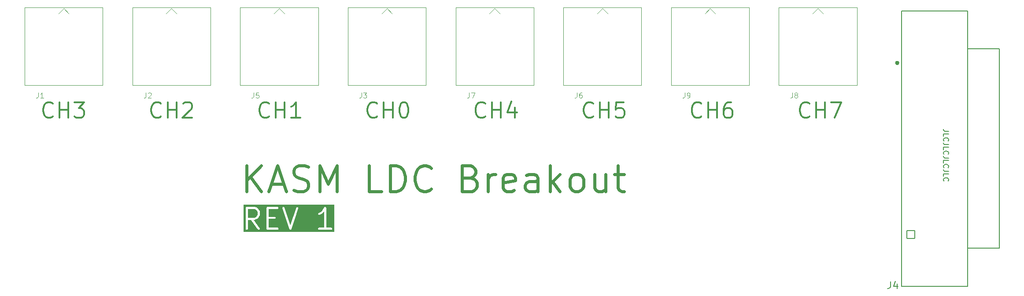
<source format=gbr>
%TF.GenerationSoftware,KiCad,Pcbnew,9.0.0*%
%TF.CreationDate,2025-06-08T21:09:37+02:00*%
%TF.ProjectId,LDC_BNC_interface,4c44435f-424e-4435-9f69-6e7465726661,rev?*%
%TF.SameCoordinates,Original*%
%TF.FileFunction,Legend,Top*%
%TF.FilePolarity,Positive*%
%FSLAX46Y46*%
G04 Gerber Fmt 4.6, Leading zero omitted, Abs format (unit mm)*
G04 Created by KiCad (PCBNEW 9.0.0) date 2025-06-08 21:09:37*
%MOMM*%
%LPD*%
G01*
G04 APERTURE LIST*
G04 Aperture macros list*
%AMRoundRect*
0 Rectangle with rounded corners*
0 $1 Rounding radius*
0 $2 $3 $4 $5 $6 $7 $8 $9 X,Y pos of 4 corners*
0 Add a 4 corners polygon primitive as box body*
4,1,4,$2,$3,$4,$5,$6,$7,$8,$9,$2,$3,0*
0 Add four circle primitives for the rounded corners*
1,1,$1+$1,$2,$3*
1,1,$1+$1,$4,$5*
1,1,$1+$1,$6,$7*
1,1,$1+$1,$8,$9*
0 Add four rect primitives between the rounded corners*
20,1,$1+$1,$2,$3,$4,$5,0*
20,1,$1+$1,$4,$5,$6,$7,0*
20,1,$1+$1,$6,$7,$8,$9,0*
20,1,$1+$1,$8,$9,$2,$3,0*%
G04 Aperture macros list end*
%ADD10C,0.400000*%
%ADD11C,0.300000*%
%ADD12C,0.150000*%
%ADD13C,0.625000*%
%ADD14C,0.100000*%
%ADD15C,0.127000*%
%ADD16C,0.120000*%
%ADD17C,4.395000*%
%ADD18RoundRect,0.102000X0.781050X-0.781050X0.781050X0.781050X-0.781050X0.781050X-0.781050X-0.781050X0*%
%ADD19C,1.766100*%
%ADD20O,1.600000X2.500000*%
%ADD21O,3.500000X7.000000*%
%ADD22C,5.600000*%
G04 APERTURE END LIST*
D10*
G36*
X103001826Y-82744522D02*
G01*
X103146405Y-82889099D01*
X103301252Y-83198793D01*
X103301252Y-83675795D01*
X103146404Y-83985490D01*
X103001828Y-84130067D01*
X102692134Y-84284914D01*
X101415537Y-84284914D01*
X101415537Y-82589676D01*
X102692134Y-82589676D01*
X103001826Y-82744522D01*
G37*
G36*
X118046615Y-87034120D02*
G01*
X100571093Y-87034120D01*
X100571093Y-82389676D01*
X101015537Y-82389676D01*
X101015537Y-86389676D01*
X101019380Y-86428694D01*
X101049243Y-86500790D01*
X101104423Y-86555970D01*
X101176519Y-86585833D01*
X101254555Y-86585833D01*
X101326651Y-86555970D01*
X101381831Y-86500790D01*
X101411694Y-86428694D01*
X101415537Y-86389676D01*
X101415537Y-84684914D01*
X102063787Y-84684914D01*
X103337406Y-86504369D01*
X103362929Y-86534130D01*
X103428739Y-86576068D01*
X103505587Y-86589629D01*
X103581776Y-86572750D01*
X103645706Y-86527999D01*
X103687644Y-86462190D01*
X103701205Y-86385341D01*
X103684326Y-86309152D01*
X103665099Y-86274984D01*
X102552049Y-84684914D01*
X102739347Y-84684914D01*
X102778365Y-84681071D01*
X102785002Y-84678321D01*
X102792172Y-84677812D01*
X102828790Y-84663799D01*
X103209741Y-84473324D01*
X103226534Y-84462752D01*
X103231413Y-84460732D01*
X103236905Y-84456224D01*
X103242922Y-84452437D01*
X103246383Y-84448445D01*
X103261720Y-84435859D01*
X103452197Y-84245382D01*
X103464783Y-84230045D01*
X103468775Y-84226584D01*
X103472562Y-84220567D01*
X103477070Y-84215075D01*
X103479091Y-84210195D01*
X103489661Y-84193404D01*
X103680137Y-83812452D01*
X103694149Y-83775835D01*
X103694658Y-83768667D01*
X103697409Y-83762027D01*
X103701252Y-83723009D01*
X103701252Y-83151580D01*
X103697409Y-83112562D01*
X103694658Y-83105921D01*
X103694149Y-83098754D01*
X103680137Y-83062137D01*
X103489661Y-82681185D01*
X103479089Y-82664391D01*
X103477069Y-82659513D01*
X103472562Y-82654021D01*
X103468775Y-82648005D01*
X103464784Y-82644544D01*
X103452197Y-82629206D01*
X103261720Y-82438730D01*
X103246382Y-82426142D01*
X103242922Y-82422153D01*
X103236906Y-82418366D01*
X103231413Y-82413858D01*
X103226534Y-82411837D01*
X103209741Y-82401266D01*
X103186561Y-82389676D01*
X105015537Y-82389676D01*
X105015537Y-86389676D01*
X105019380Y-86428694D01*
X105049243Y-86500790D01*
X105104423Y-86555970D01*
X105176519Y-86585833D01*
X105215537Y-86589676D01*
X107120299Y-86589676D01*
X107159317Y-86585833D01*
X107231413Y-86555970D01*
X107286593Y-86500790D01*
X107316456Y-86428694D01*
X107316456Y-86350658D01*
X107286593Y-86278562D01*
X107231413Y-86223382D01*
X107159317Y-86193519D01*
X107120299Y-86189676D01*
X105415537Y-86189676D01*
X105415537Y-84494438D01*
X106548871Y-84494438D01*
X106587889Y-84490595D01*
X106659985Y-84460732D01*
X106715165Y-84405552D01*
X106745028Y-84333456D01*
X106745028Y-84255420D01*
X106715165Y-84183324D01*
X106659985Y-84128144D01*
X106587889Y-84098281D01*
X106548871Y-84094438D01*
X105415537Y-84094438D01*
X105415537Y-82589676D01*
X107120299Y-82589676D01*
X107159317Y-82585833D01*
X107231413Y-82555970D01*
X107286593Y-82500790D01*
X107316456Y-82428694D01*
X107316456Y-82414691D01*
X108064728Y-82414691D01*
X108073420Y-82452922D01*
X109406753Y-86452921D01*
X109422738Y-86488722D01*
X109432099Y-86499516D01*
X109438491Y-86512299D01*
X109457436Y-86528729D01*
X109473867Y-86547675D01*
X109486649Y-86554066D01*
X109497444Y-86563428D01*
X109521231Y-86571357D01*
X109543665Y-86582574D01*
X109557920Y-86583586D01*
X109571475Y-86588105D01*
X109596490Y-86586327D01*
X109621505Y-86588105D01*
X109635059Y-86583586D01*
X109649315Y-86582574D01*
X109671749Y-86571357D01*
X109695536Y-86563428D01*
X109706330Y-86554066D01*
X109719113Y-86547675D01*
X109735543Y-86528729D01*
X109754489Y-86512299D01*
X109760880Y-86499516D01*
X109770242Y-86488722D01*
X109786227Y-86452922D01*
X110768029Y-83507518D01*
X114921869Y-83507518D01*
X114927401Y-83585358D01*
X114962300Y-83655156D01*
X115021253Y-83706285D01*
X115095284Y-83730963D01*
X115173124Y-83725431D01*
X115209742Y-83711419D01*
X115590694Y-83520943D01*
X115607487Y-83510371D01*
X115612366Y-83508351D01*
X115617859Y-83503842D01*
X115623875Y-83500056D01*
X115627335Y-83496065D01*
X115642674Y-83483478D01*
X116023625Y-83102525D01*
X116023714Y-83102416D01*
X116023773Y-83102377D01*
X116036131Y-83087286D01*
X116048498Y-83072218D01*
X116048525Y-83072152D01*
X116048614Y-83072044D01*
X116063156Y-83050231D01*
X116063156Y-86189676D01*
X115120299Y-86189676D01*
X115081281Y-86193519D01*
X115009185Y-86223382D01*
X114954005Y-86278562D01*
X114924142Y-86350658D01*
X114924142Y-86428694D01*
X114954005Y-86500790D01*
X115009185Y-86555970D01*
X115081281Y-86585833D01*
X115120299Y-86589676D01*
X117406014Y-86589676D01*
X117445032Y-86585833D01*
X117517128Y-86555970D01*
X117572308Y-86500790D01*
X117602171Y-86428694D01*
X117602171Y-86350658D01*
X117572308Y-86278562D01*
X117517128Y-86223382D01*
X117445032Y-86193519D01*
X117406014Y-86189676D01*
X116463156Y-86189676D01*
X116463156Y-82389676D01*
X116463142Y-82389536D01*
X116463156Y-82389467D01*
X116463115Y-82389264D01*
X116459313Y-82350658D01*
X116451735Y-82332364D01*
X116447852Y-82312946D01*
X116436948Y-82296664D01*
X116429450Y-82278562D01*
X116415446Y-82264558D01*
X116404429Y-82248107D01*
X116388126Y-82237238D01*
X116374270Y-82223382D01*
X116355974Y-82215803D01*
X116339499Y-82204820D01*
X116320276Y-82201017D01*
X116302174Y-82193519D01*
X116282373Y-82193519D01*
X116262947Y-82189676D01*
X116243732Y-82193519D01*
X116224138Y-82193519D01*
X116205844Y-82201096D01*
X116186426Y-82204980D01*
X116170144Y-82215883D01*
X116152042Y-82223382D01*
X116138038Y-82237385D01*
X116121587Y-82248403D01*
X116097008Y-82278415D01*
X116096862Y-82278562D01*
X116096834Y-82278627D01*
X116096746Y-82278736D01*
X115726779Y-82833685D01*
X115382779Y-83177686D01*
X115030856Y-83353647D01*
X114997676Y-83374534D01*
X114946547Y-83433487D01*
X114921869Y-83507518D01*
X110768029Y-83507518D01*
X111119561Y-82452922D01*
X111128253Y-82414691D01*
X111122722Y-82336851D01*
X111087823Y-82267053D01*
X111028870Y-82215924D01*
X110954838Y-82191247D01*
X110876999Y-82196779D01*
X110807201Y-82231678D01*
X110756072Y-82290630D01*
X110740087Y-82326431D01*
X109596490Y-85757219D01*
X108452894Y-82326430D01*
X108436909Y-82290630D01*
X108385780Y-82231677D01*
X108315982Y-82196778D01*
X108238142Y-82191247D01*
X108164111Y-82215924D01*
X108105158Y-82267053D01*
X108070259Y-82336851D01*
X108064728Y-82414691D01*
X107316456Y-82414691D01*
X107316456Y-82350658D01*
X107286593Y-82278562D01*
X107231413Y-82223382D01*
X107159317Y-82193519D01*
X107120299Y-82189676D01*
X105215537Y-82189676D01*
X105176519Y-82193519D01*
X105104423Y-82223382D01*
X105049243Y-82278562D01*
X105019380Y-82350658D01*
X105015537Y-82389676D01*
X103186561Y-82389676D01*
X102828790Y-82210791D01*
X102792172Y-82196778D01*
X102785002Y-82196268D01*
X102778365Y-82193519D01*
X102739347Y-82189676D01*
X101215537Y-82189676D01*
X101176519Y-82193519D01*
X101104423Y-82223382D01*
X101049243Y-82278562D01*
X101019380Y-82350658D01*
X101015537Y-82389676D01*
X100571093Y-82389676D01*
X100571093Y-81745232D01*
X118046615Y-81745232D01*
X118046615Y-87034120D01*
G37*
D11*
X188597368Y-64731542D02*
X188454511Y-64874400D01*
X188454511Y-64874400D02*
X188025939Y-65017257D01*
X188025939Y-65017257D02*
X187740225Y-65017257D01*
X187740225Y-65017257D02*
X187311654Y-64874400D01*
X187311654Y-64874400D02*
X187025939Y-64588685D01*
X187025939Y-64588685D02*
X186883082Y-64302971D01*
X186883082Y-64302971D02*
X186740225Y-63731542D01*
X186740225Y-63731542D02*
X186740225Y-63302971D01*
X186740225Y-63302971D02*
X186883082Y-62731542D01*
X186883082Y-62731542D02*
X187025939Y-62445828D01*
X187025939Y-62445828D02*
X187311654Y-62160114D01*
X187311654Y-62160114D02*
X187740225Y-62017257D01*
X187740225Y-62017257D02*
X188025939Y-62017257D01*
X188025939Y-62017257D02*
X188454511Y-62160114D01*
X188454511Y-62160114D02*
X188597368Y-62302971D01*
X189883082Y-65017257D02*
X189883082Y-62017257D01*
X189883082Y-63445828D02*
X191597368Y-63445828D01*
X191597368Y-65017257D02*
X191597368Y-62017257D01*
X194311654Y-62017257D02*
X193740225Y-62017257D01*
X193740225Y-62017257D02*
X193454511Y-62160114D01*
X193454511Y-62160114D02*
X193311654Y-62302971D01*
X193311654Y-62302971D02*
X193025939Y-62731542D01*
X193025939Y-62731542D02*
X192883082Y-63302971D01*
X192883082Y-63302971D02*
X192883082Y-64445828D01*
X192883082Y-64445828D02*
X193025939Y-64731542D01*
X193025939Y-64731542D02*
X193168796Y-64874400D01*
X193168796Y-64874400D02*
X193454511Y-65017257D01*
X193454511Y-65017257D02*
X194025939Y-65017257D01*
X194025939Y-65017257D02*
X194311654Y-64874400D01*
X194311654Y-64874400D02*
X194454511Y-64731542D01*
X194454511Y-64731542D02*
X194597368Y-64445828D01*
X194597368Y-64445828D02*
X194597368Y-63731542D01*
X194597368Y-63731542D02*
X194454511Y-63445828D01*
X194454511Y-63445828D02*
X194311654Y-63302971D01*
X194311654Y-63302971D02*
X194025939Y-63160114D01*
X194025939Y-63160114D02*
X193454511Y-63160114D01*
X193454511Y-63160114D02*
X193168796Y-63302971D01*
X193168796Y-63302971D02*
X193025939Y-63445828D01*
X193025939Y-63445828D02*
X192883082Y-63731542D01*
X126261653Y-64731542D02*
X126118796Y-64874400D01*
X126118796Y-64874400D02*
X125690224Y-65017257D01*
X125690224Y-65017257D02*
X125404510Y-65017257D01*
X125404510Y-65017257D02*
X124975939Y-64874400D01*
X124975939Y-64874400D02*
X124690224Y-64588685D01*
X124690224Y-64588685D02*
X124547367Y-64302971D01*
X124547367Y-64302971D02*
X124404510Y-63731542D01*
X124404510Y-63731542D02*
X124404510Y-63302971D01*
X124404510Y-63302971D02*
X124547367Y-62731542D01*
X124547367Y-62731542D02*
X124690224Y-62445828D01*
X124690224Y-62445828D02*
X124975939Y-62160114D01*
X124975939Y-62160114D02*
X125404510Y-62017257D01*
X125404510Y-62017257D02*
X125690224Y-62017257D01*
X125690224Y-62017257D02*
X126118796Y-62160114D01*
X126118796Y-62160114D02*
X126261653Y-62302971D01*
X127547367Y-65017257D02*
X127547367Y-62017257D01*
X127547367Y-63445828D02*
X129261653Y-63445828D01*
X129261653Y-65017257D02*
X129261653Y-62017257D01*
X131261653Y-62017257D02*
X131547367Y-62017257D01*
X131547367Y-62017257D02*
X131833081Y-62160114D01*
X131833081Y-62160114D02*
X131975939Y-62302971D01*
X131975939Y-62302971D02*
X132118796Y-62588685D01*
X132118796Y-62588685D02*
X132261653Y-63160114D01*
X132261653Y-63160114D02*
X132261653Y-63874400D01*
X132261653Y-63874400D02*
X132118796Y-64445828D01*
X132118796Y-64445828D02*
X131975939Y-64731542D01*
X131975939Y-64731542D02*
X131833081Y-64874400D01*
X131833081Y-64874400D02*
X131547367Y-65017257D01*
X131547367Y-65017257D02*
X131261653Y-65017257D01*
X131261653Y-65017257D02*
X130975939Y-64874400D01*
X130975939Y-64874400D02*
X130833081Y-64731542D01*
X130833081Y-64731542D02*
X130690224Y-64445828D01*
X130690224Y-64445828D02*
X130547367Y-63874400D01*
X130547367Y-63874400D02*
X130547367Y-63160114D01*
X130547367Y-63160114D02*
X130690224Y-62588685D01*
X130690224Y-62588685D02*
X130833081Y-62302971D01*
X130833081Y-62302971D02*
X130975939Y-62160114D01*
X130975939Y-62160114D02*
X131261653Y-62017257D01*
X105483082Y-64731542D02*
X105340225Y-64874400D01*
X105340225Y-64874400D02*
X104911653Y-65017257D01*
X104911653Y-65017257D02*
X104625939Y-65017257D01*
X104625939Y-65017257D02*
X104197368Y-64874400D01*
X104197368Y-64874400D02*
X103911653Y-64588685D01*
X103911653Y-64588685D02*
X103768796Y-64302971D01*
X103768796Y-64302971D02*
X103625939Y-63731542D01*
X103625939Y-63731542D02*
X103625939Y-63302971D01*
X103625939Y-63302971D02*
X103768796Y-62731542D01*
X103768796Y-62731542D02*
X103911653Y-62445828D01*
X103911653Y-62445828D02*
X104197368Y-62160114D01*
X104197368Y-62160114D02*
X104625939Y-62017257D01*
X104625939Y-62017257D02*
X104911653Y-62017257D01*
X104911653Y-62017257D02*
X105340225Y-62160114D01*
X105340225Y-62160114D02*
X105483082Y-62302971D01*
X106768796Y-65017257D02*
X106768796Y-62017257D01*
X106768796Y-63445828D02*
X108483082Y-63445828D01*
X108483082Y-65017257D02*
X108483082Y-62017257D01*
X111483082Y-65017257D02*
X109768796Y-65017257D01*
X110625939Y-65017257D02*
X110625939Y-62017257D01*
X110625939Y-62017257D02*
X110340225Y-62445828D01*
X110340225Y-62445828D02*
X110054510Y-62731542D01*
X110054510Y-62731542D02*
X109768796Y-62874400D01*
D12*
X236130180Y-67622493D02*
X235415895Y-67622493D01*
X235415895Y-67622493D02*
X235273038Y-67574874D01*
X235273038Y-67574874D02*
X235177800Y-67479636D01*
X235177800Y-67479636D02*
X235130180Y-67336779D01*
X235130180Y-67336779D02*
X235130180Y-67241541D01*
X235130180Y-68574874D02*
X235130180Y-68098684D01*
X235130180Y-68098684D02*
X236130180Y-68098684D01*
X235225419Y-69479636D02*
X235177800Y-69432017D01*
X235177800Y-69432017D02*
X235130180Y-69289160D01*
X235130180Y-69289160D02*
X235130180Y-69193922D01*
X235130180Y-69193922D02*
X235177800Y-69051065D01*
X235177800Y-69051065D02*
X235273038Y-68955827D01*
X235273038Y-68955827D02*
X235368276Y-68908208D01*
X235368276Y-68908208D02*
X235558752Y-68860589D01*
X235558752Y-68860589D02*
X235701609Y-68860589D01*
X235701609Y-68860589D02*
X235892085Y-68908208D01*
X235892085Y-68908208D02*
X235987323Y-68955827D01*
X235987323Y-68955827D02*
X236082561Y-69051065D01*
X236082561Y-69051065D02*
X236130180Y-69193922D01*
X236130180Y-69193922D02*
X236130180Y-69289160D01*
X236130180Y-69289160D02*
X236082561Y-69432017D01*
X236082561Y-69432017D02*
X236034942Y-69479636D01*
X236130180Y-70193922D02*
X235415895Y-70193922D01*
X235415895Y-70193922D02*
X235273038Y-70146303D01*
X235273038Y-70146303D02*
X235177800Y-70051065D01*
X235177800Y-70051065D02*
X235130180Y-69908208D01*
X235130180Y-69908208D02*
X235130180Y-69812970D01*
X235130180Y-71146303D02*
X235130180Y-70670113D01*
X235130180Y-70670113D02*
X236130180Y-70670113D01*
X235225419Y-72051065D02*
X235177800Y-72003446D01*
X235177800Y-72003446D02*
X235130180Y-71860589D01*
X235130180Y-71860589D02*
X235130180Y-71765351D01*
X235130180Y-71765351D02*
X235177800Y-71622494D01*
X235177800Y-71622494D02*
X235273038Y-71527256D01*
X235273038Y-71527256D02*
X235368276Y-71479637D01*
X235368276Y-71479637D02*
X235558752Y-71432018D01*
X235558752Y-71432018D02*
X235701609Y-71432018D01*
X235701609Y-71432018D02*
X235892085Y-71479637D01*
X235892085Y-71479637D02*
X235987323Y-71527256D01*
X235987323Y-71527256D02*
X236082561Y-71622494D01*
X236082561Y-71622494D02*
X236130180Y-71765351D01*
X236130180Y-71765351D02*
X236130180Y-71860589D01*
X236130180Y-71860589D02*
X236082561Y-72003446D01*
X236082561Y-72003446D02*
X236034942Y-72051065D01*
X236130180Y-72765351D02*
X235415895Y-72765351D01*
X235415895Y-72765351D02*
X235273038Y-72717732D01*
X235273038Y-72717732D02*
X235177800Y-72622494D01*
X235177800Y-72622494D02*
X235130180Y-72479637D01*
X235130180Y-72479637D02*
X235130180Y-72384399D01*
X235130180Y-73717732D02*
X235130180Y-73241542D01*
X235130180Y-73241542D02*
X236130180Y-73241542D01*
X235225419Y-74622494D02*
X235177800Y-74574875D01*
X235177800Y-74574875D02*
X235130180Y-74432018D01*
X235130180Y-74432018D02*
X235130180Y-74336780D01*
X235130180Y-74336780D02*
X235177800Y-74193923D01*
X235177800Y-74193923D02*
X235273038Y-74098685D01*
X235273038Y-74098685D02*
X235368276Y-74051066D01*
X235368276Y-74051066D02*
X235558752Y-74003447D01*
X235558752Y-74003447D02*
X235701609Y-74003447D01*
X235701609Y-74003447D02*
X235892085Y-74051066D01*
X235892085Y-74051066D02*
X235987323Y-74098685D01*
X235987323Y-74098685D02*
X236082561Y-74193923D01*
X236082561Y-74193923D02*
X236130180Y-74336780D01*
X236130180Y-74336780D02*
X236130180Y-74432018D01*
X236130180Y-74432018D02*
X236082561Y-74574875D01*
X236082561Y-74574875D02*
X236034942Y-74622494D01*
X236130180Y-75336780D02*
X235415895Y-75336780D01*
X235415895Y-75336780D02*
X235273038Y-75289161D01*
X235273038Y-75289161D02*
X235177800Y-75193923D01*
X235177800Y-75193923D02*
X235130180Y-75051066D01*
X235130180Y-75051066D02*
X235130180Y-74955828D01*
X235130180Y-76289161D02*
X235130180Y-75812971D01*
X235130180Y-75812971D02*
X236130180Y-75812971D01*
X235225419Y-77193923D02*
X235177800Y-77146304D01*
X235177800Y-77146304D02*
X235130180Y-77003447D01*
X235130180Y-77003447D02*
X235130180Y-76908209D01*
X235130180Y-76908209D02*
X235177800Y-76765352D01*
X235177800Y-76765352D02*
X235273038Y-76670114D01*
X235273038Y-76670114D02*
X235368276Y-76622495D01*
X235368276Y-76622495D02*
X235558752Y-76574876D01*
X235558752Y-76574876D02*
X235701609Y-76574876D01*
X235701609Y-76574876D02*
X235892085Y-76622495D01*
X235892085Y-76622495D02*
X235987323Y-76670114D01*
X235987323Y-76670114D02*
X236082561Y-76765352D01*
X236082561Y-76765352D02*
X236130180Y-76908209D01*
X236130180Y-76908209D02*
X236130180Y-77003447D01*
X236130180Y-77003447D02*
X236082561Y-77146304D01*
X236082561Y-77146304D02*
X236034942Y-77193923D01*
D11*
X63925939Y-64731542D02*
X63783082Y-64874400D01*
X63783082Y-64874400D02*
X63354510Y-65017257D01*
X63354510Y-65017257D02*
X63068796Y-65017257D01*
X63068796Y-65017257D02*
X62640225Y-64874400D01*
X62640225Y-64874400D02*
X62354510Y-64588685D01*
X62354510Y-64588685D02*
X62211653Y-64302971D01*
X62211653Y-64302971D02*
X62068796Y-63731542D01*
X62068796Y-63731542D02*
X62068796Y-63302971D01*
X62068796Y-63302971D02*
X62211653Y-62731542D01*
X62211653Y-62731542D02*
X62354510Y-62445828D01*
X62354510Y-62445828D02*
X62640225Y-62160114D01*
X62640225Y-62160114D02*
X63068796Y-62017257D01*
X63068796Y-62017257D02*
X63354510Y-62017257D01*
X63354510Y-62017257D02*
X63783082Y-62160114D01*
X63783082Y-62160114D02*
X63925939Y-62302971D01*
X65211653Y-65017257D02*
X65211653Y-62017257D01*
X65211653Y-63445828D02*
X66925939Y-63445828D01*
X66925939Y-65017257D02*
X66925939Y-62017257D01*
X68068796Y-62017257D02*
X69925939Y-62017257D01*
X69925939Y-62017257D02*
X68925939Y-63160114D01*
X68925939Y-63160114D02*
X69354510Y-63160114D01*
X69354510Y-63160114D02*
X69640225Y-63302971D01*
X69640225Y-63302971D02*
X69783082Y-63445828D01*
X69783082Y-63445828D02*
X69925939Y-63731542D01*
X69925939Y-63731542D02*
X69925939Y-64445828D01*
X69925939Y-64445828D02*
X69783082Y-64731542D01*
X69783082Y-64731542D02*
X69640225Y-64874400D01*
X69640225Y-64874400D02*
X69354510Y-65017257D01*
X69354510Y-65017257D02*
X68497367Y-65017257D01*
X68497367Y-65017257D02*
X68211653Y-64874400D01*
X68211653Y-64874400D02*
X68068796Y-64731542D01*
X84704510Y-64731542D02*
X84561653Y-64874400D01*
X84561653Y-64874400D02*
X84133081Y-65017257D01*
X84133081Y-65017257D02*
X83847367Y-65017257D01*
X83847367Y-65017257D02*
X83418796Y-64874400D01*
X83418796Y-64874400D02*
X83133081Y-64588685D01*
X83133081Y-64588685D02*
X82990224Y-64302971D01*
X82990224Y-64302971D02*
X82847367Y-63731542D01*
X82847367Y-63731542D02*
X82847367Y-63302971D01*
X82847367Y-63302971D02*
X82990224Y-62731542D01*
X82990224Y-62731542D02*
X83133081Y-62445828D01*
X83133081Y-62445828D02*
X83418796Y-62160114D01*
X83418796Y-62160114D02*
X83847367Y-62017257D01*
X83847367Y-62017257D02*
X84133081Y-62017257D01*
X84133081Y-62017257D02*
X84561653Y-62160114D01*
X84561653Y-62160114D02*
X84704510Y-62302971D01*
X85990224Y-65017257D02*
X85990224Y-62017257D01*
X85990224Y-63445828D02*
X87704510Y-63445828D01*
X87704510Y-65017257D02*
X87704510Y-62017257D01*
X88990224Y-62302971D02*
X89133081Y-62160114D01*
X89133081Y-62160114D02*
X89418796Y-62017257D01*
X89418796Y-62017257D02*
X90133081Y-62017257D01*
X90133081Y-62017257D02*
X90418796Y-62160114D01*
X90418796Y-62160114D02*
X90561653Y-62302971D01*
X90561653Y-62302971D02*
X90704510Y-62588685D01*
X90704510Y-62588685D02*
X90704510Y-62874400D01*
X90704510Y-62874400D02*
X90561653Y-63302971D01*
X90561653Y-63302971D02*
X88847367Y-65017257D01*
X88847367Y-65017257D02*
X90704510Y-65017257D01*
X209375939Y-64731542D02*
X209233082Y-64874400D01*
X209233082Y-64874400D02*
X208804510Y-65017257D01*
X208804510Y-65017257D02*
X208518796Y-65017257D01*
X208518796Y-65017257D02*
X208090225Y-64874400D01*
X208090225Y-64874400D02*
X207804510Y-64588685D01*
X207804510Y-64588685D02*
X207661653Y-64302971D01*
X207661653Y-64302971D02*
X207518796Y-63731542D01*
X207518796Y-63731542D02*
X207518796Y-63302971D01*
X207518796Y-63302971D02*
X207661653Y-62731542D01*
X207661653Y-62731542D02*
X207804510Y-62445828D01*
X207804510Y-62445828D02*
X208090225Y-62160114D01*
X208090225Y-62160114D02*
X208518796Y-62017257D01*
X208518796Y-62017257D02*
X208804510Y-62017257D01*
X208804510Y-62017257D02*
X209233082Y-62160114D01*
X209233082Y-62160114D02*
X209375939Y-62302971D01*
X210661653Y-65017257D02*
X210661653Y-62017257D01*
X210661653Y-63445828D02*
X212375939Y-63445828D01*
X212375939Y-65017257D02*
X212375939Y-62017257D01*
X213518796Y-62017257D02*
X215518796Y-62017257D01*
X215518796Y-62017257D02*
X214233082Y-65017257D01*
D13*
X101157216Y-79221995D02*
X101157216Y-74221995D01*
X104014359Y-79221995D02*
X101871501Y-76364852D01*
X104014359Y-74221995D02*
X101157216Y-77079138D01*
X105919120Y-77793423D02*
X108300073Y-77793423D01*
X105442930Y-79221995D02*
X107109597Y-74221995D01*
X107109597Y-74221995D02*
X108776263Y-79221995D01*
X110204834Y-78983900D02*
X110919120Y-79221995D01*
X110919120Y-79221995D02*
X112109596Y-79221995D01*
X112109596Y-79221995D02*
X112585787Y-78983900D01*
X112585787Y-78983900D02*
X112823882Y-78745804D01*
X112823882Y-78745804D02*
X113061977Y-78269614D01*
X113061977Y-78269614D02*
X113061977Y-77793423D01*
X113061977Y-77793423D02*
X112823882Y-77317233D01*
X112823882Y-77317233D02*
X112585787Y-77079138D01*
X112585787Y-77079138D02*
X112109596Y-76841042D01*
X112109596Y-76841042D02*
X111157215Y-76602947D01*
X111157215Y-76602947D02*
X110681025Y-76364852D01*
X110681025Y-76364852D02*
X110442930Y-76126757D01*
X110442930Y-76126757D02*
X110204834Y-75650566D01*
X110204834Y-75650566D02*
X110204834Y-75174376D01*
X110204834Y-75174376D02*
X110442930Y-74698185D01*
X110442930Y-74698185D02*
X110681025Y-74460090D01*
X110681025Y-74460090D02*
X111157215Y-74221995D01*
X111157215Y-74221995D02*
X112347692Y-74221995D01*
X112347692Y-74221995D02*
X113061977Y-74460090D01*
X115204835Y-79221995D02*
X115204835Y-74221995D01*
X115204835Y-74221995D02*
X116871501Y-77793423D01*
X116871501Y-77793423D02*
X118538168Y-74221995D01*
X118538168Y-74221995D02*
X118538168Y-79221995D01*
X127109597Y-79221995D02*
X124728645Y-79221995D01*
X124728645Y-79221995D02*
X124728645Y-74221995D01*
X128776264Y-79221995D02*
X128776264Y-74221995D01*
X128776264Y-74221995D02*
X129966740Y-74221995D01*
X129966740Y-74221995D02*
X130681026Y-74460090D01*
X130681026Y-74460090D02*
X131157216Y-74936280D01*
X131157216Y-74936280D02*
X131395311Y-75412471D01*
X131395311Y-75412471D02*
X131633407Y-76364852D01*
X131633407Y-76364852D02*
X131633407Y-77079138D01*
X131633407Y-77079138D02*
X131395311Y-78031519D01*
X131395311Y-78031519D02*
X131157216Y-78507709D01*
X131157216Y-78507709D02*
X130681026Y-78983900D01*
X130681026Y-78983900D02*
X129966740Y-79221995D01*
X129966740Y-79221995D02*
X128776264Y-79221995D01*
X136633407Y-78745804D02*
X136395311Y-78983900D01*
X136395311Y-78983900D02*
X135681026Y-79221995D01*
X135681026Y-79221995D02*
X135204835Y-79221995D01*
X135204835Y-79221995D02*
X134490549Y-78983900D01*
X134490549Y-78983900D02*
X134014359Y-78507709D01*
X134014359Y-78507709D02*
X133776264Y-78031519D01*
X133776264Y-78031519D02*
X133538168Y-77079138D01*
X133538168Y-77079138D02*
X133538168Y-76364852D01*
X133538168Y-76364852D02*
X133776264Y-75412471D01*
X133776264Y-75412471D02*
X134014359Y-74936280D01*
X134014359Y-74936280D02*
X134490549Y-74460090D01*
X134490549Y-74460090D02*
X135204835Y-74221995D01*
X135204835Y-74221995D02*
X135681026Y-74221995D01*
X135681026Y-74221995D02*
X136395311Y-74460090D01*
X136395311Y-74460090D02*
X136633407Y-74698185D01*
X144252454Y-76602947D02*
X144966740Y-76841042D01*
X144966740Y-76841042D02*
X145204835Y-77079138D01*
X145204835Y-77079138D02*
X145442931Y-77555328D01*
X145442931Y-77555328D02*
X145442931Y-78269614D01*
X145442931Y-78269614D02*
X145204835Y-78745804D01*
X145204835Y-78745804D02*
X144966740Y-78983900D01*
X144966740Y-78983900D02*
X144490550Y-79221995D01*
X144490550Y-79221995D02*
X142585788Y-79221995D01*
X142585788Y-79221995D02*
X142585788Y-74221995D01*
X142585788Y-74221995D02*
X144252454Y-74221995D01*
X144252454Y-74221995D02*
X144728645Y-74460090D01*
X144728645Y-74460090D02*
X144966740Y-74698185D01*
X144966740Y-74698185D02*
X145204835Y-75174376D01*
X145204835Y-75174376D02*
X145204835Y-75650566D01*
X145204835Y-75650566D02*
X144966740Y-76126757D01*
X144966740Y-76126757D02*
X144728645Y-76364852D01*
X144728645Y-76364852D02*
X144252454Y-76602947D01*
X144252454Y-76602947D02*
X142585788Y-76602947D01*
X147585788Y-79221995D02*
X147585788Y-75888661D01*
X147585788Y-76841042D02*
X147823883Y-76364852D01*
X147823883Y-76364852D02*
X148061978Y-76126757D01*
X148061978Y-76126757D02*
X148538169Y-75888661D01*
X148538169Y-75888661D02*
X149014359Y-75888661D01*
X152585788Y-78983900D02*
X152109597Y-79221995D01*
X152109597Y-79221995D02*
X151157216Y-79221995D01*
X151157216Y-79221995D02*
X150681026Y-78983900D01*
X150681026Y-78983900D02*
X150442930Y-78507709D01*
X150442930Y-78507709D02*
X150442930Y-76602947D01*
X150442930Y-76602947D02*
X150681026Y-76126757D01*
X150681026Y-76126757D02*
X151157216Y-75888661D01*
X151157216Y-75888661D02*
X152109597Y-75888661D01*
X152109597Y-75888661D02*
X152585788Y-76126757D01*
X152585788Y-76126757D02*
X152823883Y-76602947D01*
X152823883Y-76602947D02*
X152823883Y-77079138D01*
X152823883Y-77079138D02*
X150442930Y-77555328D01*
X157109597Y-79221995D02*
X157109597Y-76602947D01*
X157109597Y-76602947D02*
X156871502Y-76126757D01*
X156871502Y-76126757D02*
X156395311Y-75888661D01*
X156395311Y-75888661D02*
X155442930Y-75888661D01*
X155442930Y-75888661D02*
X154966740Y-76126757D01*
X157109597Y-78983900D02*
X156633406Y-79221995D01*
X156633406Y-79221995D02*
X155442930Y-79221995D01*
X155442930Y-79221995D02*
X154966740Y-78983900D01*
X154966740Y-78983900D02*
X154728644Y-78507709D01*
X154728644Y-78507709D02*
X154728644Y-78031519D01*
X154728644Y-78031519D02*
X154966740Y-77555328D01*
X154966740Y-77555328D02*
X155442930Y-77317233D01*
X155442930Y-77317233D02*
X156633406Y-77317233D01*
X156633406Y-77317233D02*
X157109597Y-77079138D01*
X159490550Y-79221995D02*
X159490550Y-74221995D01*
X159966740Y-77317233D02*
X161395312Y-79221995D01*
X161395312Y-75888661D02*
X159490550Y-77793423D01*
X164252454Y-79221995D02*
X163776264Y-78983900D01*
X163776264Y-78983900D02*
X163538169Y-78745804D01*
X163538169Y-78745804D02*
X163300073Y-78269614D01*
X163300073Y-78269614D02*
X163300073Y-76841042D01*
X163300073Y-76841042D02*
X163538169Y-76364852D01*
X163538169Y-76364852D02*
X163776264Y-76126757D01*
X163776264Y-76126757D02*
X164252454Y-75888661D01*
X164252454Y-75888661D02*
X164966740Y-75888661D01*
X164966740Y-75888661D02*
X165442931Y-76126757D01*
X165442931Y-76126757D02*
X165681026Y-76364852D01*
X165681026Y-76364852D02*
X165919121Y-76841042D01*
X165919121Y-76841042D02*
X165919121Y-78269614D01*
X165919121Y-78269614D02*
X165681026Y-78745804D01*
X165681026Y-78745804D02*
X165442931Y-78983900D01*
X165442931Y-78983900D02*
X164966740Y-79221995D01*
X164966740Y-79221995D02*
X164252454Y-79221995D01*
X170204836Y-75888661D02*
X170204836Y-79221995D01*
X168061979Y-75888661D02*
X168061979Y-78507709D01*
X168061979Y-78507709D02*
X168300074Y-78983900D01*
X168300074Y-78983900D02*
X168776264Y-79221995D01*
X168776264Y-79221995D02*
X169490550Y-79221995D01*
X169490550Y-79221995D02*
X169966741Y-78983900D01*
X169966741Y-78983900D02*
X170204836Y-78745804D01*
X171871503Y-75888661D02*
X173776265Y-75888661D01*
X172585789Y-74221995D02*
X172585789Y-78507709D01*
X172585789Y-78507709D02*
X172823884Y-78983900D01*
X172823884Y-78983900D02*
X173300074Y-79221995D01*
X173300074Y-79221995D02*
X173776265Y-79221995D01*
D11*
X167818796Y-64731542D02*
X167675939Y-64874400D01*
X167675939Y-64874400D02*
X167247367Y-65017257D01*
X167247367Y-65017257D02*
X166961653Y-65017257D01*
X166961653Y-65017257D02*
X166533082Y-64874400D01*
X166533082Y-64874400D02*
X166247367Y-64588685D01*
X166247367Y-64588685D02*
X166104510Y-64302971D01*
X166104510Y-64302971D02*
X165961653Y-63731542D01*
X165961653Y-63731542D02*
X165961653Y-63302971D01*
X165961653Y-63302971D02*
X166104510Y-62731542D01*
X166104510Y-62731542D02*
X166247367Y-62445828D01*
X166247367Y-62445828D02*
X166533082Y-62160114D01*
X166533082Y-62160114D02*
X166961653Y-62017257D01*
X166961653Y-62017257D02*
X167247367Y-62017257D01*
X167247367Y-62017257D02*
X167675939Y-62160114D01*
X167675939Y-62160114D02*
X167818796Y-62302971D01*
X169104510Y-65017257D02*
X169104510Y-62017257D01*
X169104510Y-63445828D02*
X170818796Y-63445828D01*
X170818796Y-65017257D02*
X170818796Y-62017257D01*
X173675939Y-62017257D02*
X172247367Y-62017257D01*
X172247367Y-62017257D02*
X172104510Y-63445828D01*
X172104510Y-63445828D02*
X172247367Y-63302971D01*
X172247367Y-63302971D02*
X172533082Y-63160114D01*
X172533082Y-63160114D02*
X173247367Y-63160114D01*
X173247367Y-63160114D02*
X173533082Y-63302971D01*
X173533082Y-63302971D02*
X173675939Y-63445828D01*
X173675939Y-63445828D02*
X173818796Y-63731542D01*
X173818796Y-63731542D02*
X173818796Y-64445828D01*
X173818796Y-64445828D02*
X173675939Y-64731542D01*
X173675939Y-64731542D02*
X173533082Y-64874400D01*
X173533082Y-64874400D02*
X173247367Y-65017257D01*
X173247367Y-65017257D02*
X172533082Y-65017257D01*
X172533082Y-65017257D02*
X172247367Y-64874400D01*
X172247367Y-64874400D02*
X172104510Y-64731542D01*
X147040225Y-64731542D02*
X146897368Y-64874400D01*
X146897368Y-64874400D02*
X146468796Y-65017257D01*
X146468796Y-65017257D02*
X146183082Y-65017257D01*
X146183082Y-65017257D02*
X145754511Y-64874400D01*
X145754511Y-64874400D02*
X145468796Y-64588685D01*
X145468796Y-64588685D02*
X145325939Y-64302971D01*
X145325939Y-64302971D02*
X145183082Y-63731542D01*
X145183082Y-63731542D02*
X145183082Y-63302971D01*
X145183082Y-63302971D02*
X145325939Y-62731542D01*
X145325939Y-62731542D02*
X145468796Y-62445828D01*
X145468796Y-62445828D02*
X145754511Y-62160114D01*
X145754511Y-62160114D02*
X146183082Y-62017257D01*
X146183082Y-62017257D02*
X146468796Y-62017257D01*
X146468796Y-62017257D02*
X146897368Y-62160114D01*
X146897368Y-62160114D02*
X147040225Y-62302971D01*
X148325939Y-65017257D02*
X148325939Y-62017257D01*
X148325939Y-63445828D02*
X150040225Y-63445828D01*
X150040225Y-65017257D02*
X150040225Y-62017257D01*
X152754511Y-63017257D02*
X152754511Y-65017257D01*
X152040225Y-61874400D02*
X151325939Y-64017257D01*
X151325939Y-64017257D02*
X153183082Y-64017257D01*
D12*
X224932816Y-96539033D02*
X224932816Y-97540141D01*
X224932816Y-97540141D02*
X224866076Y-97740362D01*
X224866076Y-97740362D02*
X224732595Y-97873844D01*
X224732595Y-97873844D02*
X224532373Y-97940584D01*
X224532373Y-97940584D02*
X224398892Y-97940584D01*
X226200886Y-97006217D02*
X226200886Y-97940584D01*
X225867183Y-96472293D02*
X225533481Y-97473400D01*
X225533481Y-97473400D02*
X226401107Y-97473400D01*
D14*
X102534666Y-60185419D02*
X102534666Y-60899704D01*
X102534666Y-60899704D02*
X102487047Y-61042561D01*
X102487047Y-61042561D02*
X102391809Y-61137800D01*
X102391809Y-61137800D02*
X102248952Y-61185419D01*
X102248952Y-61185419D02*
X102153714Y-61185419D01*
X103487047Y-60185419D02*
X103010857Y-60185419D01*
X103010857Y-60185419D02*
X102963238Y-60661609D01*
X102963238Y-60661609D02*
X103010857Y-60613990D01*
X103010857Y-60613990D02*
X103106095Y-60566371D01*
X103106095Y-60566371D02*
X103344190Y-60566371D01*
X103344190Y-60566371D02*
X103439428Y-60613990D01*
X103439428Y-60613990D02*
X103487047Y-60661609D01*
X103487047Y-60661609D02*
X103534666Y-60756847D01*
X103534666Y-60756847D02*
X103534666Y-60994942D01*
X103534666Y-60994942D02*
X103487047Y-61090180D01*
X103487047Y-61090180D02*
X103439428Y-61137800D01*
X103439428Y-61137800D02*
X103344190Y-61185419D01*
X103344190Y-61185419D02*
X103106095Y-61185419D01*
X103106095Y-61185419D02*
X103010857Y-61137800D01*
X103010857Y-61137800D02*
X102963238Y-61090180D01*
X185382666Y-60185419D02*
X185382666Y-60899704D01*
X185382666Y-60899704D02*
X185335047Y-61042561D01*
X185335047Y-61042561D02*
X185239809Y-61137800D01*
X185239809Y-61137800D02*
X185096952Y-61185419D01*
X185096952Y-61185419D02*
X185001714Y-61185419D01*
X185906476Y-61185419D02*
X186096952Y-61185419D01*
X186096952Y-61185419D02*
X186192190Y-61137800D01*
X186192190Y-61137800D02*
X186239809Y-61090180D01*
X186239809Y-61090180D02*
X186335047Y-60947323D01*
X186335047Y-60947323D02*
X186382666Y-60756847D01*
X186382666Y-60756847D02*
X186382666Y-60375895D01*
X186382666Y-60375895D02*
X186335047Y-60280657D01*
X186335047Y-60280657D02*
X186287428Y-60233038D01*
X186287428Y-60233038D02*
X186192190Y-60185419D01*
X186192190Y-60185419D02*
X186001714Y-60185419D01*
X186001714Y-60185419D02*
X185906476Y-60233038D01*
X185906476Y-60233038D02*
X185858857Y-60280657D01*
X185858857Y-60280657D02*
X185811238Y-60375895D01*
X185811238Y-60375895D02*
X185811238Y-60613990D01*
X185811238Y-60613990D02*
X185858857Y-60709228D01*
X185858857Y-60709228D02*
X185906476Y-60756847D01*
X185906476Y-60756847D02*
X186001714Y-60804466D01*
X186001714Y-60804466D02*
X186192190Y-60804466D01*
X186192190Y-60804466D02*
X186287428Y-60756847D01*
X186287428Y-60756847D02*
X186335047Y-60709228D01*
X186335047Y-60709228D02*
X186382666Y-60613990D01*
X61110666Y-60185419D02*
X61110666Y-60899704D01*
X61110666Y-60899704D02*
X61063047Y-61042561D01*
X61063047Y-61042561D02*
X60967809Y-61137800D01*
X60967809Y-61137800D02*
X60824952Y-61185419D01*
X60824952Y-61185419D02*
X60729714Y-61185419D01*
X62110666Y-61185419D02*
X61539238Y-61185419D01*
X61824952Y-61185419D02*
X61824952Y-60185419D01*
X61824952Y-60185419D02*
X61729714Y-60328276D01*
X61729714Y-60328276D02*
X61634476Y-60423514D01*
X61634476Y-60423514D02*
X61539238Y-60471133D01*
X81822666Y-60185419D02*
X81822666Y-60899704D01*
X81822666Y-60899704D02*
X81775047Y-61042561D01*
X81775047Y-61042561D02*
X81679809Y-61137800D01*
X81679809Y-61137800D02*
X81536952Y-61185419D01*
X81536952Y-61185419D02*
X81441714Y-61185419D01*
X82251238Y-60280657D02*
X82298857Y-60233038D01*
X82298857Y-60233038D02*
X82394095Y-60185419D01*
X82394095Y-60185419D02*
X82632190Y-60185419D01*
X82632190Y-60185419D02*
X82727428Y-60233038D01*
X82727428Y-60233038D02*
X82775047Y-60280657D01*
X82775047Y-60280657D02*
X82822666Y-60375895D01*
X82822666Y-60375895D02*
X82822666Y-60471133D01*
X82822666Y-60471133D02*
X82775047Y-60613990D01*
X82775047Y-60613990D02*
X82203619Y-61185419D01*
X82203619Y-61185419D02*
X82822666Y-61185419D01*
X143958666Y-60185419D02*
X143958666Y-60899704D01*
X143958666Y-60899704D02*
X143911047Y-61042561D01*
X143911047Y-61042561D02*
X143815809Y-61137800D01*
X143815809Y-61137800D02*
X143672952Y-61185419D01*
X143672952Y-61185419D02*
X143577714Y-61185419D01*
X144339619Y-60185419D02*
X145006285Y-60185419D01*
X145006285Y-60185419D02*
X144577714Y-61185419D01*
X206094666Y-60185419D02*
X206094666Y-60899704D01*
X206094666Y-60899704D02*
X206047047Y-61042561D01*
X206047047Y-61042561D02*
X205951809Y-61137800D01*
X205951809Y-61137800D02*
X205808952Y-61185419D01*
X205808952Y-61185419D02*
X205713714Y-61185419D01*
X206713714Y-60613990D02*
X206618476Y-60566371D01*
X206618476Y-60566371D02*
X206570857Y-60518752D01*
X206570857Y-60518752D02*
X206523238Y-60423514D01*
X206523238Y-60423514D02*
X206523238Y-60375895D01*
X206523238Y-60375895D02*
X206570857Y-60280657D01*
X206570857Y-60280657D02*
X206618476Y-60233038D01*
X206618476Y-60233038D02*
X206713714Y-60185419D01*
X206713714Y-60185419D02*
X206904190Y-60185419D01*
X206904190Y-60185419D02*
X206999428Y-60233038D01*
X206999428Y-60233038D02*
X207047047Y-60280657D01*
X207047047Y-60280657D02*
X207094666Y-60375895D01*
X207094666Y-60375895D02*
X207094666Y-60423514D01*
X207094666Y-60423514D02*
X207047047Y-60518752D01*
X207047047Y-60518752D02*
X206999428Y-60566371D01*
X206999428Y-60566371D02*
X206904190Y-60613990D01*
X206904190Y-60613990D02*
X206713714Y-60613990D01*
X206713714Y-60613990D02*
X206618476Y-60661609D01*
X206618476Y-60661609D02*
X206570857Y-60709228D01*
X206570857Y-60709228D02*
X206523238Y-60804466D01*
X206523238Y-60804466D02*
X206523238Y-60994942D01*
X206523238Y-60994942D02*
X206570857Y-61090180D01*
X206570857Y-61090180D02*
X206618476Y-61137800D01*
X206618476Y-61137800D02*
X206713714Y-61185419D01*
X206713714Y-61185419D02*
X206904190Y-61185419D01*
X206904190Y-61185419D02*
X206999428Y-61137800D01*
X206999428Y-61137800D02*
X207047047Y-61090180D01*
X207047047Y-61090180D02*
X207094666Y-60994942D01*
X207094666Y-60994942D02*
X207094666Y-60804466D01*
X207094666Y-60804466D02*
X207047047Y-60709228D01*
X207047047Y-60709228D02*
X206999428Y-60661609D01*
X206999428Y-60661609D02*
X206904190Y-60613990D01*
X123246666Y-60185419D02*
X123246666Y-60899704D01*
X123246666Y-60899704D02*
X123199047Y-61042561D01*
X123199047Y-61042561D02*
X123103809Y-61137800D01*
X123103809Y-61137800D02*
X122960952Y-61185419D01*
X122960952Y-61185419D02*
X122865714Y-61185419D01*
X123627619Y-60185419D02*
X124246666Y-60185419D01*
X124246666Y-60185419D02*
X123913333Y-60566371D01*
X123913333Y-60566371D02*
X124056190Y-60566371D01*
X124056190Y-60566371D02*
X124151428Y-60613990D01*
X124151428Y-60613990D02*
X124199047Y-60661609D01*
X124199047Y-60661609D02*
X124246666Y-60756847D01*
X124246666Y-60756847D02*
X124246666Y-60994942D01*
X124246666Y-60994942D02*
X124199047Y-61090180D01*
X124199047Y-61090180D02*
X124151428Y-61137800D01*
X124151428Y-61137800D02*
X124056190Y-61185419D01*
X124056190Y-61185419D02*
X123770476Y-61185419D01*
X123770476Y-61185419D02*
X123675238Y-61137800D01*
X123675238Y-61137800D02*
X123627619Y-61090180D01*
X164670666Y-60185419D02*
X164670666Y-60899704D01*
X164670666Y-60899704D02*
X164623047Y-61042561D01*
X164623047Y-61042561D02*
X164527809Y-61137800D01*
X164527809Y-61137800D02*
X164384952Y-61185419D01*
X164384952Y-61185419D02*
X164289714Y-61185419D01*
X165575428Y-60185419D02*
X165384952Y-60185419D01*
X165384952Y-60185419D02*
X165289714Y-60233038D01*
X165289714Y-60233038D02*
X165242095Y-60280657D01*
X165242095Y-60280657D02*
X165146857Y-60423514D01*
X165146857Y-60423514D02*
X165099238Y-60613990D01*
X165099238Y-60613990D02*
X165099238Y-60994942D01*
X165099238Y-60994942D02*
X165146857Y-61090180D01*
X165146857Y-61090180D02*
X165194476Y-61137800D01*
X165194476Y-61137800D02*
X165289714Y-61185419D01*
X165289714Y-61185419D02*
X165480190Y-61185419D01*
X165480190Y-61185419D02*
X165575428Y-61137800D01*
X165575428Y-61137800D02*
X165623047Y-61090180D01*
X165623047Y-61090180D02*
X165670666Y-60994942D01*
X165670666Y-60994942D02*
X165670666Y-60756847D01*
X165670666Y-60756847D02*
X165623047Y-60661609D01*
X165623047Y-60661609D02*
X165575428Y-60613990D01*
X165575428Y-60613990D02*
X165480190Y-60566371D01*
X165480190Y-60566371D02*
X165289714Y-60566371D01*
X165289714Y-60566371D02*
X165194476Y-60613990D01*
X165194476Y-60613990D02*
X165146857Y-60661609D01*
X165146857Y-60661609D02*
X165099238Y-60756847D01*
D15*
%TO.C,J4*%
X227092400Y-97490000D02*
X227092400Y-44390000D01*
X239741600Y-97490000D02*
X227092400Y-97490000D01*
X239741600Y-90140000D02*
X239741600Y-97490000D01*
X245913800Y-90140000D02*
X239741600Y-90140000D01*
X239741600Y-51740000D02*
X239741600Y-90140000D01*
X239741600Y-51740000D02*
X245913800Y-51740000D01*
X245913800Y-51740000D02*
X245913800Y-90140000D01*
X227092400Y-44390000D02*
X239741600Y-44390000D01*
X239741600Y-44390000D02*
X239741600Y-51740000D01*
D10*
X226442000Y-54440000D02*
G75*
G02*
X226042000Y-54440000I-200000J0D01*
G01*
X226042000Y-54440000D02*
G75*
G02*
X226442000Y-54440000I200000J0D01*
G01*
D16*
%TO.C,J5*%
X99940000Y-43750000D02*
X114940000Y-43750000D01*
X99940000Y-58750000D02*
X99940000Y-43750000D01*
X107440000Y-43950000D02*
X106440000Y-44950000D01*
X107440000Y-43950000D02*
X108440000Y-44950000D01*
X114940000Y-43750000D02*
X114940000Y-58750000D01*
X114940000Y-58750000D02*
X99940000Y-58750000D01*
%TO.C,J9*%
X182788000Y-43750000D02*
X197788000Y-43750000D01*
X182788000Y-58750000D02*
X182788000Y-43750000D01*
X190288000Y-43950000D02*
X189288000Y-44950000D01*
X190288000Y-43950000D02*
X191288000Y-44950000D01*
X197788000Y-43750000D02*
X197788000Y-58750000D01*
X197788000Y-58750000D02*
X182788000Y-58750000D01*
%TO.C,J1*%
X58516000Y-43750000D02*
X73516000Y-43750000D01*
X58516000Y-58750000D02*
X58516000Y-43750000D01*
X66016000Y-43950000D02*
X65016000Y-44950000D01*
X66016000Y-43950000D02*
X67016000Y-44950000D01*
X73516000Y-43750000D02*
X73516000Y-58750000D01*
X73516000Y-58750000D02*
X58516000Y-58750000D01*
%TO.C,J2*%
X79228000Y-43750000D02*
X94228000Y-43750000D01*
X79228000Y-58750000D02*
X79228000Y-43750000D01*
X86728000Y-43950000D02*
X85728000Y-44950000D01*
X86728000Y-43950000D02*
X87728000Y-44950000D01*
X94228000Y-43750000D02*
X94228000Y-58750000D01*
X94228000Y-58750000D02*
X79228000Y-58750000D01*
%TO.C,J7*%
X141364000Y-43750000D02*
X156364000Y-43750000D01*
X141364000Y-58750000D02*
X141364000Y-43750000D01*
X148864000Y-43950000D02*
X147864000Y-44950000D01*
X148864000Y-43950000D02*
X149864000Y-44950000D01*
X156364000Y-43750000D02*
X156364000Y-58750000D01*
X156364000Y-58750000D02*
X141364000Y-58750000D01*
%TO.C,J8*%
X203500000Y-43750000D02*
X218500000Y-43750000D01*
X203500000Y-58750000D02*
X203500000Y-43750000D01*
X211000000Y-43950000D02*
X210000000Y-44950000D01*
X211000000Y-43950000D02*
X212000000Y-44950000D01*
X218500000Y-43750000D02*
X218500000Y-58750000D01*
X218500000Y-58750000D02*
X203500000Y-58750000D01*
%TO.C,J3*%
X120652000Y-43750000D02*
X135652000Y-43750000D01*
X120652000Y-58750000D02*
X120652000Y-43750000D01*
X128152000Y-43950000D02*
X127152000Y-44950000D01*
X128152000Y-43950000D02*
X129152000Y-44950000D01*
X135652000Y-43750000D02*
X135652000Y-58750000D01*
X135652000Y-58750000D02*
X120652000Y-58750000D01*
%TO.C,J6*%
X162076000Y-43750000D02*
X177076000Y-43750000D01*
X162076000Y-58750000D02*
X162076000Y-43750000D01*
X169576000Y-43950000D02*
X168576000Y-44950000D01*
X169576000Y-43950000D02*
X170576000Y-44950000D01*
X177076000Y-43750000D02*
X177076000Y-58750000D01*
X177076000Y-58750000D02*
X162076000Y-58750000D01*
%TD*%
%LPC*%
D17*
%TO.C,J4*%
X230242000Y-94460400D03*
X230242000Y-47419600D03*
D18*
X228819600Y-87500000D03*
D19*
X228819600Y-84740000D03*
X228819600Y-81980000D03*
X228819600Y-79220000D03*
X228819600Y-76460000D03*
X228819600Y-73700000D03*
X228819600Y-70940000D03*
X228819600Y-68180000D03*
X228819600Y-65420000D03*
X228819600Y-62660000D03*
X228819600Y-59900000D03*
X228819600Y-57140000D03*
X228819600Y-54380000D03*
X231664400Y-86120000D03*
X231664400Y-83360000D03*
X231664400Y-80600000D03*
X231664400Y-77840000D03*
X231664400Y-75080000D03*
X231664400Y-72320000D03*
X231664400Y-69560000D03*
X231664400Y-66800000D03*
X231664400Y-64040000D03*
X231664400Y-61280000D03*
X231664400Y-58520000D03*
X231664400Y-55760000D03*
%TD*%
D20*
%TO.C,J5*%
X107440000Y-56450000D03*
D21*
X102360000Y-51370000D03*
D20*
X104900000Y-56450000D03*
D21*
X112520000Y-51370000D03*
%TD*%
D20*
%TO.C,J9*%
X190288000Y-56450000D03*
D21*
X185208000Y-51370000D03*
D20*
X187748000Y-56450000D03*
D21*
X195368000Y-51370000D03*
%TD*%
D22*
%TO.C,H2*%
X222700000Y-94000000D03*
%TD*%
%TO.C,H4*%
X53000000Y-48000000D03*
%TD*%
D20*
%TO.C,J1*%
X66016000Y-56450000D03*
D21*
X60936000Y-51370000D03*
D20*
X63476000Y-56450000D03*
D21*
X71096000Y-51370000D03*
%TD*%
D20*
%TO.C,J2*%
X86728000Y-56450000D03*
D21*
X81648000Y-51370000D03*
D20*
X84188000Y-56450000D03*
D21*
X91808000Y-51370000D03*
%TD*%
D20*
%TO.C,J7*%
X148864000Y-56450000D03*
D21*
X143784000Y-51370000D03*
D20*
X146324000Y-56450000D03*
D21*
X153944000Y-51370000D03*
%TD*%
D22*
%TO.C,H1*%
X222700000Y-48000000D03*
%TD*%
D20*
%TO.C,J8*%
X211000000Y-56450000D03*
D21*
X205920000Y-51370000D03*
D20*
X208460000Y-56450000D03*
D21*
X216080000Y-51370000D03*
%TD*%
D20*
%TO.C,J3*%
X128152000Y-56450000D03*
D21*
X123072000Y-51370000D03*
D20*
X125612000Y-56450000D03*
D21*
X133232000Y-51370000D03*
%TD*%
D22*
%TO.C,H3*%
X53000000Y-94000000D03*
%TD*%
D20*
%TO.C,J6*%
X169576000Y-56450000D03*
D21*
X164496000Y-51370000D03*
D20*
X167036000Y-56450000D03*
D21*
X174656000Y-51370000D03*
%TD*%
%LPD*%
M02*

</source>
